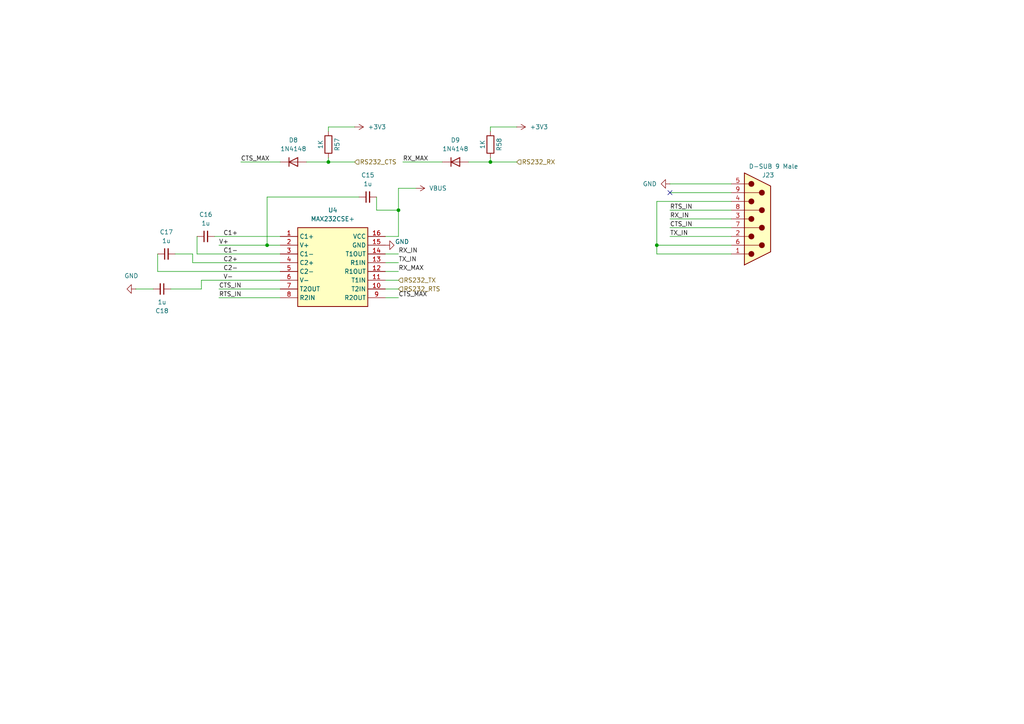
<source format=kicad_sch>
(kicad_sch (version 20250114) (generator "eeschema") (generator_version "9.0")
  (paper "A4")
  (title_block (title "TurboFRANK") (date "2025-03-19") (rev "1.04") (company "Mikhail Matveev") (comment 1 "https://github.com/xtremespb/frank"))
  (lib_symbols
    (symbol "Device:C_Small" (pin_numbers (hide yes)) (pin_names (offset 0.254) (hide yes))
      (property "Reference" "C" (at 0.254 1.778 0))
      (property "Value" "C_Small" (at 0.254 -2.032 0))
      (symbol "C_Small_0_1"
        (polyline (pts (xy -1.524 0.508) (xy 1.524 0.508)) (stroke (width 0.3048)))
        (polyline (pts (xy -1.524 -0.508) (xy 1.524 -0.508)) (stroke (width 0.3302)))
      )
      (symbol "C_Small_1_1"
        (pin passive line (at 0 2.54 270) (length 2.032) (name "~") (number "1"))
        (pin passive line (at 0 -2.54 90) (length 2.032) (name "~") (number "2"))
      )
    )
    (symbol "Device:R" (pin_numbers (hide yes)) (pin_names (offset 0))
      (property "Reference" "R" (at 2.032 0 90))
      (property "Value" "R" (at 0 0 90))
      (symbol "R_0_1"
        (rectangle (start -1.016 -2.54) (end 1.016 2.54) (stroke (width 0.254)))
      )
      (symbol "R_1_1"
        (pin passive line (at 0 3.81 270) (length 1.27) (name "~") (number "1"))
        (pin passive line (at 0 -3.81 90) (length 1.27) (name "~") (number "2"))
      )
    )
    (symbol "Diode:1N4148" (pin_numbers (hide yes)) (pin_names (hide yes))
      (property "Reference" "D" (at 0 2.54 0))
      (property "Value" "1N4148" (at 0 -2.54 0))
      (symbol "1N4148_0_1"
        (polyline (pts (xy -1.27 1.27) (xy -1.27 -1.27)) (stroke (width 0.254)))
        (polyline (pts (xy 1.27 1.27) (xy 1.27 -1.27) (xy -1.27 0) (xy 1.27 1.27)) (stroke (width 0.254)))
        (polyline (pts (xy 1.27 0) (xy -1.27 0)))
      )
      (symbol "1N4148_1_1"
        (pin passive line (at -3.81 0 0) (length 2.54) (name "K") (number "1"))
        (pin passive line (at 3.81 0 180) (length 2.54) (name "A") (number "2"))
      )
    )
    (symbol "FRANK:DB9_Male_Small" (pin_names (offset 1.016) (hide yes))
      (property "Reference" "JOY1" (at 1.27 12.7 0))
      (symbol "DB9_Male_Small_0_1"
        (polyline (pts (xy -3.81 10.16) (xy -2.54 10.16)))
        (polyline (pts (xy -3.81 7.62) (xy 0.508 7.62)))
        (polyline (pts (xy -3.81 5.08) (xy -2.54 5.08)))
        (polyline (pts (xy -3.81 2.54) (xy 0.508 2.54)))
        (polyline (pts (xy -3.81 0) (xy -2.54 0)))
        (polyline (pts (xy -3.81 -2.54) (xy 0.508 -2.54)))
        (polyline (pts (xy -3.81 -5.08) (xy -2.54 -5.08)))
        (polyline (pts (xy -3.81 -7.62) (xy 0.508 -7.62)))
        (polyline (pts (xy -3.81 -10.16) (xy -2.54 -10.16)))
        (polyline (pts (xy -3.81 -13.335) (xy -3.81 13.335) (xy 3.81 9.525) (xy 3.81 -9.525) (xy -3.81 -13.335)) (stroke (width 0.254)) (fill (type background)))
        (circle (center -1.778 10.16) (radius 0.762) (fill (type outline)))
        (circle (center -1.778 5.08) (radius 0.762) (fill (type outline)))
        (circle (center -1.778 0) (radius 0.762) (fill (type outline)))
        (circle (center -1.778 -5.08) (radius 0.762) (fill (type outline)))
        (circle (center -1.778 -10.16) (radius 0.762) (fill (type outline)))
        (circle (center 1.27 7.62) (radius 0.762) (fill (type outline)))
        (circle (center 1.27 2.54) (radius 0.762) (fill (type outline)))
        (circle (center 1.27 -2.54) (radius 0.762) (fill (type outline)))
        (circle (center 1.27 -7.62) (radius 0.762) (fill (type outline)))
      )
      (symbol "DB9_Male_Small_1_1"
        (pin passive line (at -7.62 10.16 0) (length 3.81) (name "5") (number "5"))
        (pin passive line (at -7.62 7.62 0) (length 3.81) (name "9") (number "9"))
        (pin passive line (at -7.62 5.08 0) (length 3.81) (name "4") (number "4"))
        (pin passive line (at -7.62 2.54 0) (length 3.81) (name "8") (number "8"))
        (pin passive line (at -7.62 0 0) (length 3.81) (name "3") (number "3"))
        (pin passive line (at -7.62 -2.54 0) (length 3.81) (name "7") (number "7"))
        (pin passive line (at -7.62 -5.08 0) (length 3.81) (name "2") (number "2"))
        (pin passive line (at -7.62 -7.62 0) (length 3.81) (name "6") (number "6"))
        (pin passive line (at -7.62 -10.16 0) (length 3.81) (name "1") (number "1"))
      )
    )
    (symbol "FRANK:MAX232CSE+"
      (property "Reference" "MAX1" (at 15.24 7.62 0))
      (property "Value" "MAX232CSE+" (at 15.24 5.08 0))
      (symbol "MAX232CSE+_1_1"
        (rectangle (start 5.08 2.54) (end 25.4 -20.32) (stroke (width 0.254)) (fill (type background)))
        (pin passive line (at 0 0 0) (length 5.08) (name "C1+") (number "1"))
        (pin passive line (at 0 -2.54 0) (length 5.08) (name "V+") (number "2"))
        (pin passive line (at 0 -5.08 0) (length 5.08) (name "C1-") (number "3"))
        (pin passive line (at 0 -7.62 0) (length 5.08) (name "C2+") (number "4"))
        (pin passive line (at 0 -10.16 0) (length 5.08) (name "C2-") (number "5"))
        (pin passive line (at 0 -12.7 0) (length 5.08) (name "V-") (number "6"))
        (pin passive line (at 0 -15.24 0) (length 5.08) (name "T2OUT") (number "7"))
        (pin passive line (at 0 -17.78 0) (length 5.08) (name "R2IN") (number "8"))
        (pin passive line (at 30.48 0 180) (length 5.08) (name "VCC") (number "16"))
        (pin passive line (at 30.48 -2.54 180) (length 5.08) (name "GND") (number "15"))
        (pin passive line (at 30.48 -5.08 180) (length 5.08) (name "T1OUT") (number "14"))
        (pin passive line (at 30.48 -7.62 180) (length 5.08) (name "R1IN") (number "13"))
        (pin passive line (at 30.48 -10.16 180) (length 5.08) (name "R1OUT") (number "12"))
        (pin passive line (at 30.48 -12.7 180) (length 5.08) (name "T1IN") (number "11"))
        (pin passive line (at 30.48 -15.24 180) (length 5.08) (name "T2IN") (number "10"))
        (pin passive line (at 30.48 -17.78 180) (length 5.08) (name "R2OUT") (number "9"))
      )
    )
    (symbol "GND_2" (power) (pin_numbers (hide yes)) (pin_names (offset 0) (hide yes))
      (property "Value" "GND" (at 0 -3.81 0))
      (symbol "GND_2_0_1"
        (polyline (pts (xy 0 0) (xy 0 -1.27) (xy 1.27 -1.27) (xy 0 -2.54) (xy -1.27 -1.27) (xy 0 -1.27)))
      )
      (symbol "GND_2_1_1"
        (pin power_in line (at 0 0 270) (length 0) (name "~") (number "1"))
      )
    )
    (symbol "GND_3" (power) (pin_numbers (hide yes)) (pin_names (offset 0) (hide yes))
      (property "Value" "GND" (at 0 -3.81 0))
      (symbol "GND_3_0_1"
        (polyline (pts (xy 0 0) (xy 0 -1.27) (xy 1.27 -1.27) (xy 0 -2.54) (xy -1.27 -1.27) (xy 0 -1.27)))
      )
      (symbol "GND_3_1_1"
        (pin power_in line (at 0 0 270) (length 0) (name "~") (number "1"))
      )
    )
    (symbol "GND_7" (power) (pin_numbers (hide yes)) (pin_names (offset 0) (hide yes))
      (property "Value" "GND" (at 0 -3.81 0))
      (symbol "GND_7_0_1"
        (polyline (pts (xy 0 0) (xy 0 -1.27) (xy 1.27 -1.27) (xy 0 -2.54) (xy -1.27 -1.27) (xy 0 -1.27)))
      )
      (symbol "GND_7_1_1"
        (pin power_in line (at 0 0 270) (length 0) (name "~") (number "1"))
      )
    )
    (symbol "power:+3V3" (power) (pin_numbers (hide yes)) (pin_names (offset 0) (hide yes))
      (property "Value" "+3V3" (at 0 3.556 0))
      (symbol "+3V3_0_1"
        (polyline (pts (xy -0.762 1.27) (xy 0 2.54)))
        (polyline (pts (xy 0 2.54) (xy 0.762 1.27)))
        (polyline (pts (xy 0 0) (xy 0 2.54)))
      )
      (symbol "+3V3_1_1"
        (pin power_in line (at 0 0 90) (length 0) (name "~") (number "1"))
      )
    )
    (symbol "power:VBUS" (power) (pin_numbers (hide yes)) (pin_names (offset 0) (hide yes))
      (property "Value" "VBUS" (at 0 3.556 0))
      (symbol "VBUS_0_1"
        (polyline (pts (xy -0.762 1.27) (xy 0 2.54)))
        (polyline (pts (xy 0 2.54) (xy 0.762 1.27)))
        (polyline (pts (xy 0 0) (xy 0 2.54)))
      )
      (symbol "VBUS_1_1"
        (pin power_in line (at 0 0 90) (length 0) (name "~") (number "1"))
      )
    )
  )
  (junction (at 95.25 46.99))
  (junction (at 142.24 46.99))
  (junction (at 190.5 71.12))
  (junction (at 115.57 60.96))
  (junction (at 77.47 71.12))
  (no_connect (at 194.31 55.88))
  (wire (pts (xy 111.76 83.82) (xy 115.57 83.82)))
  (wire (pts (xy 111.76 78.74) (xy 115.57 78.74)))
  (wire (pts (xy 58.42 83.82) (xy 58.42 81.28)))
  (wire (pts (xy 190.5 73.66) (xy 190.5 71.12)))
  (wire (pts (xy 44.45 83.82) (xy 39.37 83.82)))
  (wire (pts (xy 58.42 81.28) (xy 81.28 81.28)))
  (wire (pts (xy 142.24 36.83) (xy 142.24 38.1)))
  (wire (pts (xy 109.22 60.96) (xy 109.22 57.15)))
  (wire (pts (xy 45.72 78.74) (xy 81.28 78.74)))
  (wire (pts (xy 49.53 83.82) (xy 58.42 83.82)))
  (wire (pts (xy 62.23 68.58) (xy 81.28 68.58)))
  (wire (pts (xy 190.5 71.12) (xy 190.5 58.42)))
  (wire (pts (xy 190.5 58.42) (xy 212.09 58.42)))
  (wire (pts (xy 95.25 45.72) (xy 95.25 46.99)))
  (wire (pts (xy 116.84 46.99) (xy 128.27 46.99)))
  (wire (pts (xy 135.89 46.99) (xy 142.24 46.99)))
  (wire (pts (xy 111.76 68.58) (xy 115.57 68.58)))
  (wire (pts (xy 63.5 83.82) (xy 81.28 83.82)))
  (wire (pts (xy 63.5 86.36) (xy 81.28 86.36)))
  (wire (pts (xy 190.5 71.12) (xy 212.09 71.12)))
  (wire (pts (xy 50.8 73.66) (xy 55.88 73.66)))
  (wire (pts (xy 194.31 68.58) (xy 212.09 68.58)))
  (wire (pts (xy 115.57 54.61) (xy 120.65 54.61)))
  (wire (pts (xy 95.25 46.99) (xy 102.87 46.99)))
  (wire (pts (xy 77.47 57.15) (xy 77.47 71.12)))
  (wire (pts (xy 57.15 68.58) (xy 57.15 73.66)))
  (wire (pts (xy 57.15 73.66) (xy 81.28 73.66)))
  (wire (pts (xy 194.31 66.04) (xy 212.09 66.04)))
  (wire (pts (xy 194.31 60.96) (xy 212.09 60.96)))
  (wire (pts (xy 55.88 73.66) (xy 55.88 76.2)))
  (wire (pts (xy 111.76 86.36) (xy 115.57 86.36)))
  (wire (pts (xy 55.88 76.2) (xy 81.28 76.2)))
  (wire (pts (xy 102.87 36.83) (xy 95.25 36.83)))
  (wire (pts (xy 194.31 53.34) (xy 212.09 53.34)))
  (wire (pts (xy 149.86 36.83) (xy 142.24 36.83)))
  (wire (pts (xy 45.72 73.66) (xy 45.72 78.74)))
  (wire (pts (xy 63.5 71.12) (xy 77.47 71.12)))
  (wire (pts (xy 95.25 36.83) (xy 95.25 38.1)))
  (wire (pts (xy 77.47 71.12) (xy 81.28 71.12)))
  (wire (pts (xy 104.14 57.15) (xy 77.47 57.15)))
  (wire (pts (xy 88.9 46.99) (xy 95.25 46.99)))
  (wire (pts (xy 142.24 45.72) (xy 142.24 46.99)))
  (wire (pts (xy 194.31 55.88) (xy 212.09 55.88)))
  (wire (pts (xy 142.24 46.99) (xy 149.86 46.99)))
  (wire (pts (xy 111.76 73.66) (xy 115.57 73.66)))
  (wire (pts (xy 111.76 76.2) (xy 115.57 76.2)))
  (wire (pts (xy 190.5 73.66) (xy 212.09 73.66)))
  (wire (pts (xy 115.57 60.96) (xy 115.57 54.61)))
  (wire (pts (xy 115.57 60.96) (xy 115.57 68.58)))
  (wire (pts (xy 111.76 81.28) (xy 115.57 81.28)))
  (wire (pts (xy 69.85 46.99) (xy 81.28 46.99)))
  (wire (pts (xy 194.31 63.5) (xy 212.09 63.5)))
  (wire (pts (xy 109.22 60.96) (xy 115.57 60.96)))
  (label "CTS_MAX" (at 115.57 86.36 0))
  (label "RX_IN" (at 115.57 73.66 0))
  (label "CTS_IN" (at 63.5 83.82 0))
  (label "CTS_MAX" (at 69.85 46.99 0))
  (label "RX_MAX" (at 116.84 46.99 0))
  (label "TX_IN" (at 194.31 68.58 0))
  (label "C1-" (at 64.77 73.66 0))
  (label "V-" (at 64.77 81.28 0))
  (label "RTS_IN" (at 194.31 60.96 0))
  (label "C2-" (at 64.77 78.74 0))
  (label "RX_MAX" (at 115.57 78.74 0))
  (label "C1+" (at 64.77 68.58 0))
  (label "RTS_IN" (at 63.5 86.36 0))
  (label "C2+" (at 64.77 76.2 0))
  (label "CTS_IN" (at 194.31 66.04 0))
  (label "TX_IN" (at 115.57 76.2 0))
  (label "RX_IN" (at 194.31 63.5 0))
  (label "V+" (at 63.5 71.12 0))
  (hierarchical_label "RS232_RX" (shape input) (at 149.86 46.99 0))
  (hierarchical_label "RS232_CTS" (shape input) (at 102.87 46.99 0))
  (hierarchical_label "RS232_RTS" (shape input) (at 115.57 83.82 0))
  (hierarchical_label "RS232_TX" (shape input) (at 115.57 81.28 0))
  (symbol (lib_id "Device:C_Small") (at 59.69 68.58 90) (unit 1)
    (property "Reference" "C16" (at 59.6963 62.23 90))
    (property "Value" "1u" (at 59.6963 64.77 90))
    (property "Footprint" "FRANK:Capacitor (0805)" (effects (hide yes)))
    (property "Datasheet" "https://eu.mouser.com/datasheet/2/447/KEM_C1075_X7R_HT_SMD-3316221.pdf" (effects (hide yes)))
    (property "Description" "Unpolarized capacitor, small symbol" (effects (hide yes)))
    (property "AliExpress" "https://www.aliexpress.com/item/33008008276.html" (effects (hide yes)))
  )
  (symbol (lib_id "power:+3V3") (at 102.87 36.83 270) (unit 1)
    (property "Reference" "#PWR080" (effects (hide yes)))
    (property "Value" "+3V3" (at 106.68 36.8299 90) (effects (justify left)))
    (property "Description" "Power symbol creates a global label with name \"+3V3\"" (effects (hide yes)))
  )
  (symbol (lib_id "power:VBUS") (at 120.65 54.61 270) (unit 1)
    (property "Reference" "#PWR083" (effects (hide yes)))
    (property "Value" "VBUS" (at 124.46 54.6099 90) (effects (justify left)))
    (property "Description" "Power symbol creates a global label with name \"VBUS\"" (effects (hide yes)))
  )
  (symbol (lib_id "Device:C_Small") (at 48.26 73.66 90) (unit 1)
    (property "Reference" "C17" (at 48.2663 67.31 90))
    (property "Value" "1u" (at 48.2663 69.85 90))
    (property "Footprint" "FRANK:Capacitor (0805)" (effects (hide yes)))
    (property "Datasheet" "https://eu.mouser.com/datasheet/2/447/KEM_C1075_X7R_HT_SMD-3316221.pdf" (effects (hide yes)))
    (property "Description" "Unpolarized capacitor, small symbol" (effects (hide yes)))
    (property "AliExpress" "https://www.aliexpress.com/item/33008008276.html" (effects (hide yes)))
  )
  (symbol (lib_id "Device:C_Small") (at 106.68 57.15 90) (unit 1)
    (property "Reference" "C15" (at 106.6863 50.8 90))
    (property "Value" "1u" (at 106.6863 53.34 90))
    (property "Footprint" "FRANK:Capacitor (0805)" (effects (hide yes)))
    (property "Datasheet" "https://eu.mouser.com/datasheet/2/447/KEM_C1075_X7R_HT_SMD-3316221.pdf" (effects (hide yes)))
    (property "Description" "Unpolarized capacitor, small symbol" (effects (hide yes)))
    (property "AliExpress" "https://www.aliexpress.com/item/33008008276.html" (effects (hide yes)))
  )
  (symbol (lib_id "power:+3V3") (at 149.86 36.83 270) (unit 1)
    (property "Reference" "#PWR081" (effects (hide yes)))
    (property "Value" "+3V3" (at 153.67 36.8299 90) (effects (justify left)))
    (property "Description" "Power symbol creates a global label with name \"+3V3\"" (effects (hide yes)))
  )
  (symbol (lib_id "Device:R") (at 142.24 41.91 180) (unit 1)
    (property "Reference" "R58" (at 144.78 41.91 90))
    (property "Value" "1K" (at 139.954 41.91 90))
    (property "Footprint" "FRANK:Resistor (0805)" (effects (hide yes)))
    (property "Datasheet" "https://www.vishay.com/docs/28952/mcs0402at-mct0603at-mcu0805at-mca1206at.pdf" (effects (hide yes)))
    (property "AliExpress" "https://www.aliexpress.com/item/1005005945735199.html" (effects (hide yes)))
  )
  (symbol (lib_id "Device:C_Small") (at 46.99 83.82 270) (unit 1)
    (property "Reference" "C18" (at 46.99 90.17 90))
    (property "Value" "1u" (at 46.99 87.63 90))
    (property "Footprint" "FRANK:Capacitor (0805)" (effects (hide yes)))
    (property "Datasheet" "https://eu.mouser.com/datasheet/2/447/KEM_C1075_X7R_HT_SMD-3316221.pdf" (effects (hide yes)))
    (property "Description" "Unpolarized capacitor, small symbol" (effects (hide yes)))
    (property "AliExpress" "https://www.aliexpress.com/item/33008008276.html" (effects (hide yes)))
  )
  (symbol (lib_name "GND_3") (lib_id "power:GND") (at 194.31 53.34 270) (unit 1)
    (property "Reference" "#PWR082" (effects (hide yes)))
    (property "Value" "GND" (at 190.5 53.3399 90) (effects (justify right)))
    (property "Description" "Power symbol creates a global label with name \"GND\" , ground" (effects (hide yes)))
  )
  (symbol (lib_id "Diode:1N4148") (at 132.08 46.99 0) (unit 1)
    (property "Reference" "D9" (at 132.08 40.64 0))
    (property "Value" "1N4148" (at 132.08 43.18 0))
    (property "Footprint" "FRANK:Diode (SOD-323)" (effects (hide yes)))
    (property "Datasheet" "https://www.vishay.com/docs/85748/1n4148w.pdf" (effects (hide yes)))
    (property "Description" "100V 0.15A standard switching diode, DO-35" (effects (hide yes)))
    (property "Sim.Device" "D" (effects (hide yes)))
    (property "Sim.Pins" "1=K 2=A" (effects (hide yes)))
    (property "AliExpress" "https://www.aliexpress.com/item/1005005707644429.html" (effects (hide yes)))
  )
  (symbol (lib_id "FRANK:MAX232CSE+") (at 81.28 68.58 0) (unit 1)
    (property "Reference" "U4" (at 96.52 60.96 0))
    (property "Value" "MAX232CSE+" (at 96.52 63.5 0))
    (property "Footprint" "FRANK:SOIC127P600X175-16N" (effects (hide yes)))
    (property "Datasheet" "http://datasheets.maximintegrated.com/en/ds/MAX220-MAX249.pdf" (effects (hide yes)))
    (property "Description" "MAX232CSE+, Line Transceiver, EIA/TIA-232-E, RS-232, V.24, V.28 2-TX 2-RX 2-TRX, 5V, 16-Pin SOIC" (effects (hide yes)))
    (property "Height" "1.75" (effects (hide yes)))
    (property "Mouser Part Number" "700-MAX232CSE" (effects (hide yes)))
    (property "Mouser Price/Stock" "https://www.mouser.co.uk/ProductDetail/Analog-Devices-Maxim-Integrated/MAX232CSE%2b?qs=1THa7WoU59E0tHinO%252BHrBQ%3D%3D" (effects (hide yes)))
    (property "Manufacturer_Name" "Analog Devices" (effects (hide yes)))
    (property "Manufacturer_Part_Number" "MAX232CSE+" (effects (hide yes)))
    (property "AliExpress" "https://www.aliexpress.com/item/1005006286473801.html" (effects (hide yes)))
  )
  (symbol (lib_name "GND_7") (lib_id "power:GND") (at 39.37 83.82 270) (unit 1)
    (property "Reference" "#PWR085" (effects (hide yes)))
    (property "Value" "GND" (at 38.1 80.01 90))
    (property "Description" "Power symbol creates a global label with name \"GND\" , ground" (effects (hide yes)))
  )
  (symbol (lib_id "Device:R") (at 95.25 41.91 180) (unit 1)
    (property "Reference" "R57" (at 97.79 41.91 90))
    (property "Value" "1K" (at 92.964 41.91 90))
    (property "Footprint" "FRANK:Resistor (0805)" (effects (hide yes)))
    (property "Datasheet" "https://www.vishay.com/docs/28952/mcs0402at-mct0603at-mcu0805at-mca1206at.pdf" (effects (hide yes)))
    (property "AliExpress" "https://www.aliexpress.com/item/1005005945735199.html" (effects (hide yes)))
  )
  (symbol (lib_name "GND_2") (lib_id "power:GND") (at 111.76 71.12 90) (unit 1)
    (property "Reference" "#PWR084" (effects (hide yes)))
    (property "Value" "GND" (at 114.554 70.104 90) (effects (justify right)))
    (property "Description" "Power symbol creates a global label with name \"GND\" , ground" (effects (hide yes)))
  )
  (symbol (lib_id "Diode:1N4148") (at 85.09 46.99 0) (unit 1)
    (property "Reference" "D8" (at 85.09 40.64 0))
    (property "Value" "1N4148" (at 85.09 43.18 0))
    (property "Footprint" "FRANK:Diode (SOD-323)" (effects (hide yes)))
    (property "Datasheet" "https://www.vishay.com/docs/85748/1n4148w.pdf" (effects (hide yes)))
    (property "Description" "100V 0.15A standard switching diode, DO-35" (effects (hide yes)))
    (property "Sim.Device" "D" (effects (hide yes)))
    (property "Sim.Pins" "1=K 2=A" (effects (hide yes)))
    (property "AliExpress" "https://www.aliexpress.com/item/1005005707644429.html" (effects (hide yes)))
  )
  (symbol (lib_id "FRANK:DB9_Male_Small") (at 219.71 63.5 0) (unit 1)
    (property "Reference" "J23" (at 220.98 50.8 0) (effects (justify left)))
    (property "Value" "D-SUB 9 Male" (at 217.17 48.26 0) (effects (justify left)))
    (property "Footprint" "FRANK:D-SUB (9 pin, male, top mount)" (effects (hide yes)))
    (property "Datasheet" "https://eu.mouser.com/datasheet/2/578/original-3313093.pdf" (effects (hide yes)))
    (property "AliExpress" "https://www.aliexpress.com/item/4001214300548.html" (effects (hide yes)))
  )
)
</source>
